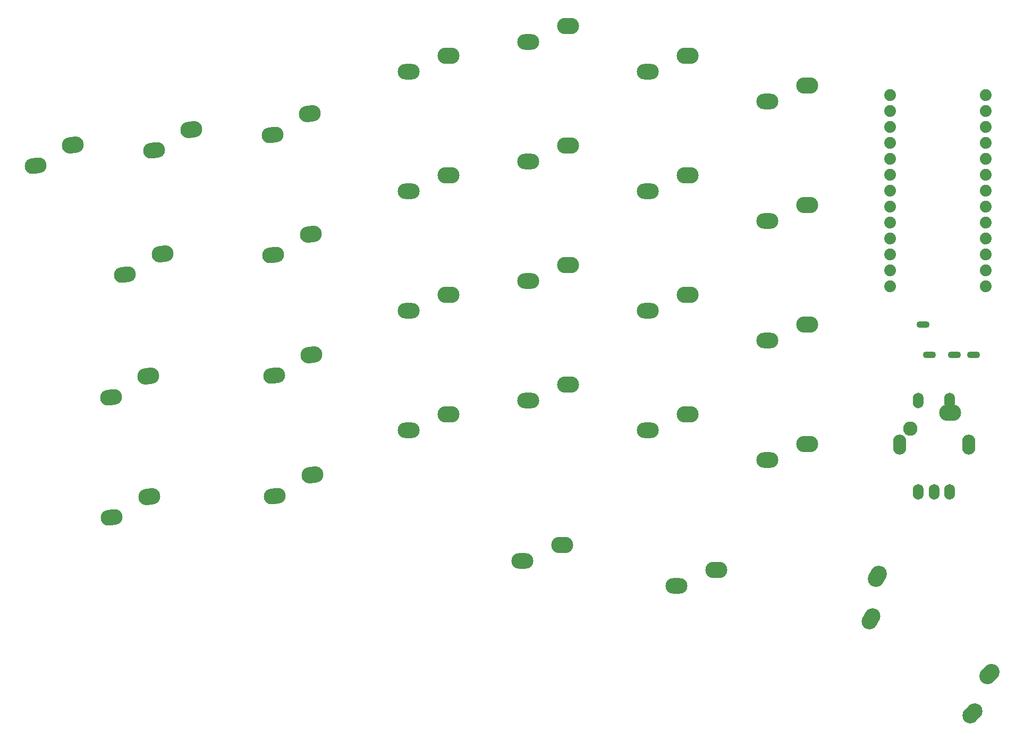
<source format=gts>
G04 Layer: TopSolderMaskLayer*
G04 EasyEDA v6.5.23, 2023-04-24 17:17:17*
G04 23e7ac7152a545cbaba16701c0d6254d,351801b383604bb389f78a6fc88bd684,10*
G04 Gerber Generator version 0.2*
G04 Scale: 100 percent, Rotated: No, Reflected: No *
G04 Dimensions in inches *
G04 leading zeros omitted , absolute positions ,3 integer and 6 decimal *
%FSLAX36Y36*%
%MOIN*%

%AMMACRO1*1,1,$1,$2,$3*1,1,$1,$4,$5*20,1,$1,$2,$3,$4,$5,0*%
%ADD10MACRO1,0.0985X-0.0098X-0.017X0.0098X0.017*%
%ADD11MACRO1,0.1024X-0.0089X-0.0153X0.0089X0.0153*%
%ADD12O,0.137858X0.098488*%
%ADD13O,0.137858X0.102425*%
%ADD14MACRO1,0.1024X-0.0176X-0.0023X0.0176X0.0023*%
%ADD15MACRO1,0.0985X-0.0195X-0.0026X0.0195X0.0026*%
%ADD16MACRO1,0.0985X-0.0139X-0.0139X0.0139X0.0139*%
%ADD17MACRO1,0.1024X-0.0125X-0.0125X0.0125X0.0125*%
%ADD18C,0.0900*%
%ADD19O,0.08267799999999999X0.043308*%
%ADD20O,0.066992X0.098488*%
%ADD21O,0.08274X0.12604700000000002*%
%ADD22C,0.0740*%

%LPD*%
D10*
G01*
X-1468849Y1120630D03*
D11*
G01*
X-1430450Y1387140D03*
D12*
G01*
X-2690050Y1327350D03*
D13*
G01*
X-2440050Y1427350D03*
D12*
G01*
X-3656239Y1483829D03*
D13*
G01*
X-3406239Y1583829D03*
D14*
G01*
X-5913989Y3411269D03*
D15*
G01*
X-6148800Y3279500D03*
D14*
G01*
X-6001990Y2643210D03*
D15*
G01*
X-6236800Y2511440D03*
D14*
G01*
X-5997049Y1887390D03*
D15*
G01*
X-6231860Y1755620D03*
G01*
X-5967849Y4059790D03*
D14*
G01*
X-5733040Y4191569D03*
D15*
G01*
X-6711440Y3961890D03*
D14*
G01*
X-6476630Y4093669D03*
D12*
G01*
X-4368739Y4553119D03*
D13*
G01*
X-4118750Y4653119D03*
D12*
G01*
X-4368750Y3803119D03*
D13*
G01*
X-4118750Y3903119D03*
D12*
G01*
X-4368739Y3053119D03*
D13*
G01*
X-4118750Y3153119D03*
D12*
G01*
X-4368750Y2303119D03*
D13*
G01*
X-4118739Y2403119D03*
D12*
G01*
X-3618750Y2490619D03*
D13*
G01*
X-3368750Y2590619D03*
D12*
G01*
X-3618750Y3240630D03*
D13*
G01*
X-3368739Y3340619D03*
D12*
G01*
X-3618739Y3990619D03*
D13*
G01*
X-3368750Y4090619D03*
D12*
G01*
X-3618750Y4740619D03*
D13*
G01*
X-3368739Y4840619D03*
D12*
G01*
X-2868750Y2303119D03*
D13*
G01*
X-2618750Y2403119D03*
D12*
G01*
X-2868750Y3053130D03*
D13*
G01*
X-2618739Y3153119D03*
D12*
G01*
X-2868739Y3803119D03*
D13*
G01*
X-2618750Y3903119D03*
D12*
G01*
X-2868750Y4553119D03*
D13*
G01*
X-2618739Y4653119D03*
D12*
G01*
X-2118750Y2115619D03*
D13*
G01*
X-1868750Y2215619D03*
D12*
G01*
X-2118750Y2865619D03*
D13*
G01*
X-1868739Y2965619D03*
D12*
G01*
X-2118739Y3615619D03*
D13*
G01*
X-1868750Y3715619D03*
D12*
G01*
X-2118750Y4365619D03*
D13*
G01*
X-1868739Y4465619D03*
D15*
G01*
X-5209430Y1890219D03*
D14*
G01*
X-4974620Y2022000D03*
D15*
G01*
X-5214369Y2646040D03*
D14*
G01*
X-4979569Y2777819D03*
D15*
G01*
X-5219320Y3401859D03*
D14*
G01*
X-4984510Y3533640D03*
D16*
G01*
X-833020Y527139D03*
D17*
G01*
X-726959Y774619D03*
D18*
G01*
X-1224180Y2312959D03*
D13*
G01*
X-974180Y2412959D03*
D15*
G01*
X-5224270Y4157680D03*
D14*
G01*
X-4989459Y4289460D03*
D19*
G01*
X-826770Y2776660D03*
G01*
X-944879Y2776660D03*
G01*
X-1102359Y2776660D03*
G01*
X-1141729Y2965639D03*
D20*
G01*
X-1172600Y1917680D03*
G01*
X-975749Y1917680D03*
G01*
X-1074180Y1917680D03*
G01*
X-975749Y2488539D03*
G01*
X-1172600Y2488539D03*
D21*
G01*
X-857640Y2212950D03*
G01*
X-1290709Y2212950D03*
D22*
G01*
X-1350000Y4406239D03*
G01*
X-1350000Y4306239D03*
G01*
X-1350000Y4206239D03*
G01*
X-1350000Y4106239D03*
G01*
X-1350000Y4006239D03*
G01*
X-1350000Y3906239D03*
G01*
X-1350000Y3806239D03*
G01*
X-1350000Y3706239D03*
G01*
X-1350000Y3606239D03*
G01*
X-1350000Y3506239D03*
G01*
X-1350000Y3406239D03*
G01*
X-1350000Y3306239D03*
G01*
X-1350000Y3206239D03*
G01*
X-750000Y3206239D03*
G01*
X-750000Y3306239D03*
G01*
X-750000Y3406239D03*
G01*
X-750000Y3506239D03*
G01*
X-750000Y3606239D03*
G01*
X-750000Y3706239D03*
G01*
X-750000Y3806239D03*
G01*
X-750000Y3906239D03*
G01*
X-750000Y4006239D03*
G01*
X-750000Y4106239D03*
G01*
X-750000Y4206239D03*
G01*
X-750000Y4306239D03*
G01*
X-750000Y4406239D03*
M02*

</source>
